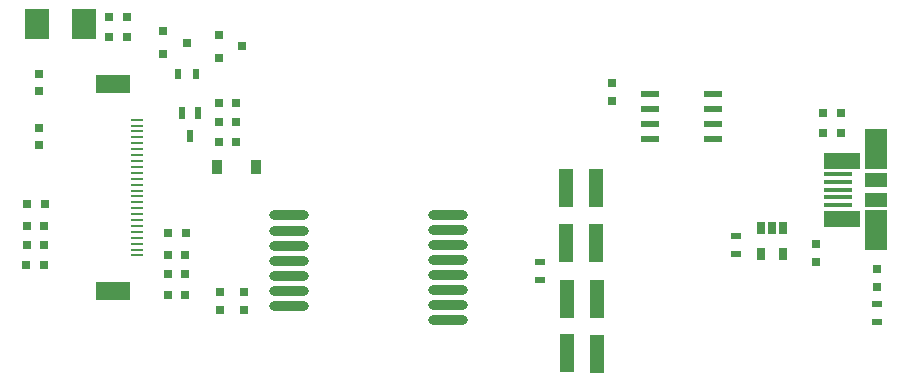
<source format=gbp>
G04 #@! TF.FileFunction,Paste,Bot*
%FSLAX46Y46*%
G04 Gerber Fmt 4.6, Leading zero omitted, Abs format (unit mm)*
G04 Created by KiCad (PCBNEW (2015-04-29 BZR 5630)-product) date Tue 21 Jul 2015 17:06:27 BST*
%MOMM*%
G01*
G04 APERTURE LIST*
%ADD10C,0.150000*%
%ADD11R,0.800100X0.800100*%
%ADD12R,0.910000X1.220000*%
%ADD13R,1.000760X0.269240*%
%ADD14R,3.000000X1.500000*%
%ADD15R,0.750000X0.800000*%
%ADD16R,0.800000X0.750000*%
%ADD17R,0.797560X0.797560*%
%ADD18R,0.900000X0.500000*%
%ADD19R,0.500000X0.900000*%
%ADD20R,0.650000X1.060000*%
%ADD21O,3.352800X0.812800*%
%ADD22R,1.550000X0.600000*%
%ADD23R,2.000000X2.500000*%
%ADD24R,0.599440X1.000760*%
%ADD25R,1.295400X3.250000*%
%ADD26R,1.897380X1.173480*%
%ADD27R,1.897380X3.374900*%
%ADD28R,3.100580X1.473200*%
%ADD29R,2.379220X0.449580*%
G04 APERTURE END LIST*
D10*
D11*
X76596240Y-47495500D03*
X76596240Y-45595500D03*
X78595220Y-46545500D03*
D12*
X79745000Y-56769000D03*
X76465000Y-56769000D03*
D11*
X71897240Y-47178000D03*
X71897240Y-45278000D03*
X73896220Y-46228000D03*
D13*
X69660000Y-52741000D03*
X69660000Y-53241000D03*
X69660000Y-53741000D03*
X69660000Y-54241000D03*
X69660000Y-54741000D03*
X69660000Y-55241000D03*
X69660000Y-55741000D03*
X69660000Y-56241000D03*
X69660000Y-56741000D03*
X69660000Y-57241000D03*
X69660000Y-57741000D03*
X69660000Y-58241000D03*
X69660000Y-58741000D03*
X69660000Y-59241000D03*
X69660000Y-59741000D03*
X69660000Y-60241000D03*
X69660000Y-60741000D03*
X69660000Y-61241000D03*
X69660000Y-61741000D03*
X69660000Y-62241000D03*
X69660000Y-62741000D03*
X69660000Y-63241000D03*
X69660000Y-63741000D03*
X69660000Y-64241000D03*
D14*
X67660000Y-67241000D03*
X67660000Y-49741000D03*
D15*
X78740000Y-68822000D03*
X78740000Y-67322000D03*
X109855000Y-51169000D03*
X109855000Y-49669000D03*
D16*
X61811600Y-65049400D03*
X60311600Y-65049400D03*
X61837000Y-61722000D03*
X60337000Y-61722000D03*
X61862400Y-59918600D03*
X60362400Y-59918600D03*
X76593000Y-51308000D03*
X78093000Y-51308000D03*
X76593000Y-52959000D03*
X78093000Y-52959000D03*
D15*
X61404500Y-53415500D03*
X61404500Y-54915500D03*
D16*
X72275000Y-65849500D03*
X73775000Y-65849500D03*
D17*
X132334000Y-65417700D03*
X132334000Y-66916300D03*
D18*
X132334000Y-68338000D03*
X132334000Y-69838000D03*
X120396000Y-64123000D03*
X120396000Y-62623000D03*
D19*
X73164000Y-48895000D03*
X74664000Y-48895000D03*
D20*
X122494000Y-61892000D03*
X123444000Y-61892000D03*
X124394000Y-61892000D03*
X124394000Y-64092000D03*
X122494000Y-64092000D03*
D21*
X95986600Y-60833000D03*
X95986600Y-62103000D03*
X95986600Y-63373000D03*
X95986600Y-64643000D03*
X95986600Y-65913000D03*
X95986600Y-67183000D03*
X95986600Y-68453000D03*
X95986600Y-69723000D03*
X82575400Y-68478400D03*
X82575400Y-67208400D03*
X82575400Y-65938400D03*
X82575400Y-64668400D03*
X82575400Y-63398400D03*
X82575400Y-62128400D03*
X82575400Y-60833000D03*
D22*
X118473200Y-50571400D03*
X118473200Y-51841400D03*
X118473200Y-53111400D03*
X118473200Y-54381400D03*
X113073200Y-54381400D03*
X113073200Y-53111400D03*
X113073200Y-51841400D03*
X113073200Y-50571400D03*
D15*
X61404500Y-48843500D03*
X61404500Y-50343500D03*
D16*
X72300400Y-62369700D03*
X73800400Y-62369700D03*
X72275000Y-64198500D03*
X73775000Y-64198500D03*
D15*
X76708000Y-67322000D03*
X76708000Y-68822000D03*
D23*
X61195200Y-44653200D03*
X65195200Y-44653200D03*
D16*
X76593000Y-54610000D03*
X78093000Y-54610000D03*
X61837000Y-63373000D03*
X60337000Y-63373000D03*
D15*
X127127000Y-63258000D03*
X127127000Y-64758000D03*
D16*
X127774000Y-53848000D03*
X129274000Y-53848000D03*
X127774000Y-52197000D03*
X129274000Y-52197000D03*
X72275000Y-67564000D03*
X73775000Y-67564000D03*
X67322000Y-44069000D03*
X68822000Y-44069000D03*
X67322000Y-45720000D03*
X68822000Y-45720000D03*
D24*
X74818240Y-52199540D03*
X73517760Y-52199540D03*
X74168000Y-54102000D03*
D25*
X106075480Y-72518840D03*
X108615480Y-72559480D03*
X108615480Y-67907600D03*
X106075480Y-67907600D03*
X108554520Y-58545160D03*
X106014520Y-58504520D03*
X106014520Y-63156400D03*
X108554520Y-63156400D03*
D18*
X103759000Y-64782000D03*
X103759000Y-66282000D03*
D26*
X132207000Y-57835800D03*
X132207000Y-59512200D03*
D27*
X132207000Y-62087380D03*
X132207000Y-55260620D03*
D28*
X129408300Y-61135260D03*
X129408300Y-56212740D03*
D29*
X129047620Y-57373520D03*
X129047620Y-58023760D03*
X129047620Y-58674000D03*
X129047620Y-59324240D03*
X129047620Y-59974480D03*
M02*

</source>
